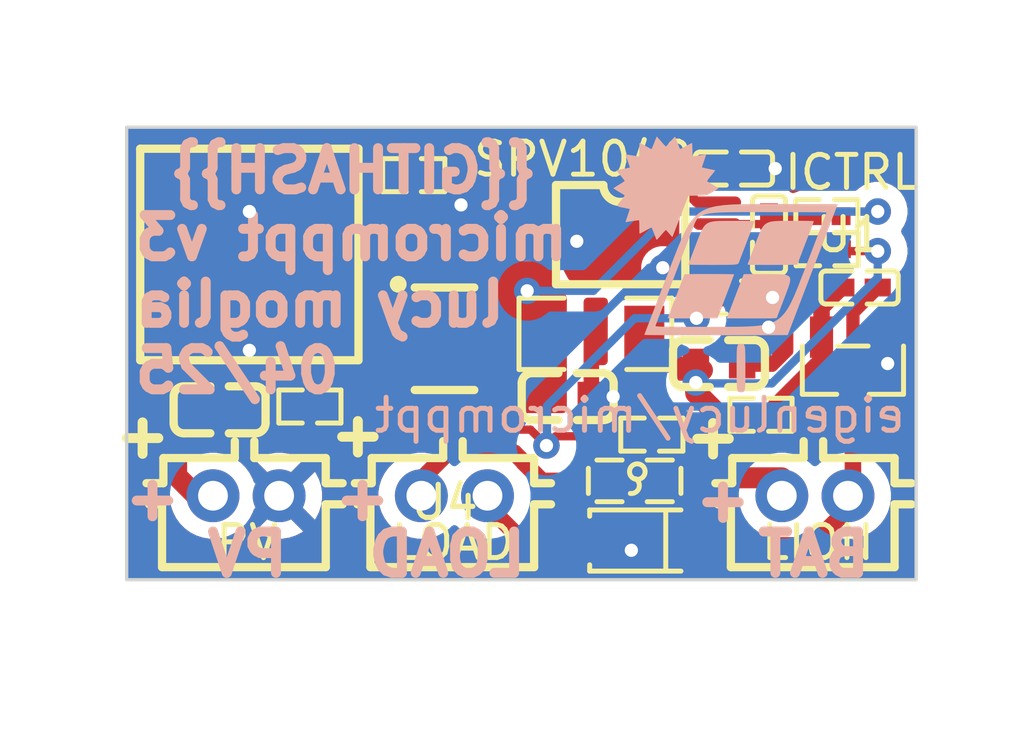
<source format=kicad_pcb>
(kicad_pcb (version 20241229) (generator "pcbnew") (generator_version "9.0")
  (layers (0 "F.Cu" signal) (2 "B.Cu" signal) (13 "F.Paste" user) (15 "B.Paste" user) (5 "F.SilkS" user "F.Silkscreen") (7 "B.SilkS" user "B.Silkscreen") (1 "F.Mask" user) (3 "B.Mask" user) (25 "Edge.Cuts" user))
  (net 0 "")
  (net 1 "ICTRL_MINUS")
  (net 2 "MPP_SET")
  (net 3 "ICTRL_PLUS")
  (net 4 "LX")
  (net 5 "VOUT")
  (net 6 "VCTRL")
  (net 7 "Vpv")
  (net 8 "VDD")
  (net 9 "power_shim-GND")
  (net 10 "Vbatr-GND")
  (net 11 "anode")
  (net 12 "Vbat")
  (net 13 "_1")
  (footprint "TECH_PUBLIC_SRV05_4_P_T7:SOT-23-6_L2.9-W1.6-P0.95-LS2.8-BR" (layer "F.Cu") (at 77.9 49.25 180)
    (property "Reference" "U4" (at 0 -4.95 0) (layer "F.SilkS"))
    (property "Value" "")
    (fp_text user "${REFERENCE}" (at 0 -4.95 0) (layer "F.SilkS"))
    (pad "1" smd rect (at 1.35 0.95 180) (size 1.1 0.6) (layers "F.Cu" "F.Mask" "F.Paste") (net 9 "power_shim-GND"))
    (pad "2" smd rect (at 1.35 0 180) (size 1.1 0.6) (layers "F.Cu" "F.Mask" "F.Paste") (net 9 "power_shim-GND"))
    (pad "3" smd rect (at 1.35 -0.95 180) (size 1.1 0.6) (layers "F.Cu" "F.Mask" "F.Paste") (net 9 "power_shim-GND"))
    (pad "4" smd rect (at -1.35 -0.95 180) (size 1.1 0.6) (layers "F.Cu" "F.Mask" "F.Paste") (net 5 "VOUT"))
    (pad "5" smd rect (at -1.35 0 180) (size 1.1 0.6) (layers "F.Cu" "F.Mask" "F.Paste") (net 5 "VOUT"))
    (pad "6" smd rect (at -1.35 0.95 180) (size 1.1 0.6) (layers "F.Cu" "F.Mask" "F.Paste") (net 5 "VOUT"))
  )
  (footprint "UNI_ROYAL_0402WGF1004TCE:R0402" (layer "F.Cu") (at 84.17 52.15 180)
    (property "Reference" "R1" (hide yes))
    (property "Value" "1MΩ ±1% 62.5mW")
    (pad "1" smd rect (at -0.43 0 180) (size 0.57 0.54) (layers "F.Cu" "F.Mask" "F.Paste") (net 12 "Vbat"))
    (pad "2" smd rect (at 0.43 0 180) (size 0.57 0.54) (layers "F.Cu" "F.Mask" "F.Paste") (net 6 "VCTRL"))
  )
  (footprint "JST_Sales_America_B2B_PH_K_S_LF__SN:CONN-TH_B2B-PH-K-S" (layer "F.Cu") (at 71.9 54 180)
    (property "Reference" "U8" (hide yes))
    (property "Value" "")
    (pad "1" thru_hole circle (at 1 0) (size 1.6 1.6) (drill 0.900024) (layers "*.Cu" "*.Mask") (net 7 "Vpv"))
    (pad "2" thru_hole circle (at -1 0) (size 1.6 1.6) (drill 0.900024) (layers "*.Cu" "*.Mask") (net 9 "power_shim-GND"))
  )
  (footprint "Littelfuse_0603L150SLYR:F0603" (layer "F.Cu") (at 83.65 53.55 180)
    (property "Reference" "F1" (hide yes))
    (property "Value" "")
    (pad "1" smd rect (at -0.75 0 180) (size 0.81 0.86) (layers "F.Cu" "F.Mask" "F.Paste") (net 12 "Vbat"))
    (pad "2" smd rect (at 0.75 0 180) (size 0.81 0.86) (layers "F.Cu" "F.Mask" "F.Paste") (net 13 "_1"))
  )
  (footprint "Samsung_Electro_Mechanics_CL10A106MQ8NNNC:C0603" (layer "F.Cu") (at 71.1 51.4)
    (property "Reference" "U5" (hide yes))
    (property "Value" "10µF ±20% 6.3V X5R" (hide yes))
    (pad "1" smd rect (at -0.7 0) (size 0.8 0.9) (layers "F.Cu" "F.Mask" "F.Paste") (net 7 "Vpv"))
    (pad "2" smd rect (at 0.7 0) (size 0.8 0.9) (layers "F.Cu" "F.Mask" "F.Paste") (net 9 "power_shim-GND"))
  )
  (footprint "JST_Sales_America_B2B_PH_K_S_LF__SN:CONN-TH_B2B-PH-K-S" (layer "F.Cu") (at 89.1 54 180)
    (property "Reference" "U7" (hide yes))
    (property "Value" "")
    (pad "1" thru_hole circle (at 1 0) (size 1.6 1.6) (drill 0.900024) (layers "*.Cu" "*.Mask") (net 12 "Vbat"))
    (pad "2" thru_hole circle (at -1 0) (size 1.6 1.6) (drill 0.900024) (layers "*.Cu" "*.Mask") (net 10 "Vbatr-GND"))
  )
  (footprint "XySemi_XB3306D:SOT-23-3_L2.9-W1.3-P1.90-LS2.4-BR" (layer "F.Cu") (at 90.25 50.2 90)
    (property "Reference" "U9" (hide yes))
    (property "Value" "")
    (pad "1" smd rect (at 1 0.95 90) (size 1.25 0.7) (layers "F.Cu" "F.Mask" "F.Paste") (net 9 "power_shim-GND"))
    (pad "2" smd rect (at 1 -0.95 90) (size 1.25 0.7) (layers "F.Cu" "F.Mask" "F.Paste") (net 8 "VDD"))
    (pad "3" smd rect (at -1 0 90) (size 1.25 0.7) (layers "F.Cu" "F.Mask" "F.Paste") (net 10 "Vbatr-GND"))
  )
  (footprint "UNI_ROYAL_0402WGF3903TCE:R0402" (layer "F.Cu") (at 73.83 51.3 180)
    (property "Reference" "R2" (hide yes))
    (property "Value" "390kΩ ±1% 62.5mW" (hide yes))
    (pad "1" smd rect (at -0.43 0 180) (size 0.57 0.54) (layers "F.Cu" "F.Mask" "F.Paste") (net 6 "VCTRL"))
    (pad "2" smd rect (at 0.43 0 180) (size 0.57 0.54) (layers "F.Cu" "F.Mask" "F.Paste") (net 9 "power_shim-GND"))
  )
  (footprint "Samsung_Electro_Mechanics_CL05B104KO5NNNC:C0402" (layer "F.Cu") (at 86.65 44.1)
    (property "Reference" "C4" (hide yes))
    (property "Value" "100nF ±10% 16V X7R" (hide yes))
    (pad "1" smd rect (at -0.55 0) (size 0.79 0.54) (layers "F.Cu" "F.Mask" "F.Paste") (net 2 "MPP_SET"))
    (pad "2" smd rect (at 0.55 0) (size 0.79 0.54) (layers "F.Cu" "F.Mask" "F.Paste") (net 9 "power_shim-GND"))
  )
  (footprint "STMicroelectronics_SPV1040T:TSSOP-8_L4.4-W3.0-P0.65-LS6.4-BL" (layer "F.Cu") (at 83.2125 46.1 -90)
    (property "Reference" "U1" (at 0 -6.93 0) (layer "F.SilkS"))
    (property "Value" "")
    (fp_text user "${REFERENCE}" (at 0 -6.93 0) (layer "F.SilkS"))
    (pad "1" smd oval (at -0.98 2.93 270) (size 0.35 1.45) (layers "F.Cu" "F.Mask" "F.Paste") (net 2 "MPP_SET"))
    (pad "2" smd oval (at -0.32 2.93 270) (size 0.35 1.45) (layers "F.Cu" "F.Mask" "F.Paste") (net 9 "power_shim-GND"))
    (pad "3" smd oval (at 0.33 2.93 270) (size 0.35 1.45) (layers "F.Cu" "F.Mask" "F.Paste") (net 4 "LX"))
    (pad "4" smd oval (at 0.98 2.93 270) (size 0.35 1.45) (layers "F.Cu" "F.Mask" "F.Paste") (net 5 "VOUT"))
    (pad "5" smd oval (at 0.98 -2.93 270) (size 0.35 1.45) (layers "F.Cu" "F.Mask" "F.Paste") (net 6 "VCTRL"))
    (pad "6" smd oval (at 0.33 -2.93 270) (size 0.35 1.45) (layers "F.Cu" "F.Mask" "F.Paste") (net 1 "ICTRL_MINUS"))
    (pad "7" smd oval (at -0.32 -2.93 270) (size 0.35 1.45) (layers "F.Cu" "F.Mask" "F.Paste") (net 3 "ICTRL_PLUS"))
    (pad "8" smd oval (at -0.98 -2.93 270) (size 0.35 1.45) (layers "F.Cu" "F.Mask" "F.Paste") (net 2 "MPP_SET"))
  )
  (footprint "Samsung_Electro_Mechanics_CL05A105KA5NQNC:C0402" (layer "F.Cu") (at 87.7125 46.1 -90)
    (property "Reference" "C6" (hide yes))
    (property "Value" "1µF ±10% 25V X5R")
    (pad "1" smd rect (at -0.55 0 270) (size 0.79 0.54) (layers "F.Cu" "F.Mask" "F.Paste") (net 3 "ICTRL_PLUS"))
    (pad "2" smd rect (at 0.55 0 270) (size 0.79 0.54) (layers "F.Cu" "F.Mask" "F.Paste") (net 1 "ICTRL_MINUS"))
  )
  (footprint "UNI_ROYAL_0402WGF1001TCE:R0402" (layer "F.Cu") (at 89.4625 45.54)
    (property "Reference" "R4" (hide yes))
    (property "Value" "1kΩ ±1% 62.5mW" (hide yes))
    (pad "1" smd rect (at -0.43 0) (size 0.57 0.54) (layers "F.Cu" "F.Mask" "F.Paste") (net 3 "ICTRL_PLUS"))
    (pad "2" smd rect (at 0.43 0) (size 0.57 0.54) (layers "F.Cu" "F.Mask" "F.Paste") (net 5 "VOUT"))
  )
  (footprint "UNI_ROYAL_0402WGF1001TCE:R0402" (layer "F.Cu") (at 89.4725 46.54)
    (property "Reference" "R5" (hide yes))
    (property "Value" "1kΩ ±1% 62.5mW" (hide yes))
    (pad "1" smd rect (at -0.43 0) (size 0.57 0.54) (layers "F.Cu" "F.Mask" "F.Paste") (net 1 "ICTRL_MINUS"))
    (pad "2" smd rect (at 0.43 0) (size 0.57 0.54) (layers "F.Cu" "F.Mask" "F.Paste") (net 12 "Vbat"))
  )
  (footprint "CCTC_TCC0402X7R102M500AT:C0402" (layer "F.Cu") (at 86.65 48)
    (property "Reference" "C5" (hide yes))
    (property "Value" "1nF ±20% 50V X7R" (hide yes))
    (pad "1" smd rect (at -0.55 0) (size 0.79 0.54) (layers "F.Cu" "F.Mask" "F.Paste") (net 6 "VCTRL"))
    (pad "2" smd rect (at 0.55 0) (size 0.79 0.54) (layers "F.Cu" "F.Mask" "F.Paste") (net 9 "power_shim-GND"))
  )
  (footprint "Coilcraft_XAL6060_103MEC:IND-SMD_L6.6-W6.4" (layer "F.Cu") (at 72 46.7)
    (property "Reference" "U3" (hide yes))
    (property "Value" "")
    (pad "1" smd rect (at -2.02 0) (size 1.55 5.6) (layers "F.Cu" "F.Mask" "F.Paste") (net 7 "Vpv"))
    (pad "2" smd rect (at 2.02 0) (size 1.55 5.6) (layers "F.Cu" "F.Mask" "F.Paste") (net 4 "LX"))
  )
  (footprint "GOODWORK_B5819W:SOD-123F_L2.7-W1.6-LS3.8-RD-1" (layer "F.Cu") (at 83.67 55.35 180)
    (property "Reference" "D1" (hide yes))
    (property "Value" "")
    (pad "1" smd rect (at -1.73 0 180) (size 1.1 1) (layers "F.Cu" "F.Mask" "F.Paste") (net 10 "Vbatr-GND"))
    (pad "2" smd rect (at 1.73 0 180) (size 1.1 1) (layers "F.Cu" "F.Mask" "F.Paste") (net 11 "anode"))
  )
  (footprint "Samsung_Electro_Mechanics_CL10A475KO8NNNC:C0603" (layer "F.Cu") (at 81.625 51)
    (property "Reference" "C2" (hide yes))
    (property "Value" "4.7µF ±10% 16V X5R")
    (pad "1" smd rect (at -0.7 0) (size 0.8 0.9) (layers "F.Cu" "F.Mask" "F.Paste") (net 5 "VOUT"))
    (pad "2" smd rect (at 0.7 0) (size 0.8 0.9) (layers "F.Cu" "F.Mask" "F.Paste") (net 9 "power_shim-GND"))
  )
  (footprint "FOJAN_FRM121WFR010TM:R1206" (layer "F.Cu") (at 82.4625 49.1)
    (property "Reference" "R6" (hide yes))
    (property "Value" "10mΩ ±1% 1W")
    (pad "1" smd rect (at -1.48 0) (size 1.21 1.7) (layers "F.Cu" "F.Mask" "F.Paste") (net 5 "VOUT"))
    (pad "2" smd rect (at 1.48 0) (size 1.21 1.7) (layers "F.Cu" "F.Mask" "F.Paste") (net 12 "Vbat"))
  )
  (footprint "JST_Sales_America_B2B_PH_K_S_LF__SN:CONN-TH_B2B-PH-K-S" (layer "F.Cu") (at 78.2 54 180)
    (property "Reference" "U10" (hide yes))
    (property "Value" "")
    (pad "1" thru_hole circle (at 1 0) (size 1.6 1.6) (drill 0.900024) (layers "*.Cu" "*.Mask") (net 13 "_1"))
    (pad "2" thru_hole circle (at -1 0) (size 1.6 1.6) (drill 0.900024) (layers "*.Cu" "*.Mask") (net 11 "anode"))
  )
  (footprint "UNI_ROYAL_0402WGF1002TCE:R0402" (layer "F.Cu") (at 87.47 51.55 180)
    (property "Reference" "U6" (hide yes))
    (property "Value" "10kΩ ±1% 62.5mW" (hide yes))
    (pad "1" smd rect (at -0.43 0 180) (size 0.57 0.54) (layers "F.Cu" "F.Mask" "F.Paste") (net 8 "VDD"))
    (pad "2" smd rect (at 0.43 0 180) (size 0.57 0.54) (layers "F.Cu" "F.Mask" "F.Paste") (net 12 "Vbat"))
  )
  (footprint "Samsung_Electro_Mechanics_CL10A106MQ8NNNC:C0603" (layer "F.Cu") (at 86.2 50)
    (property "Reference" "C3" (hide yes))
    (property "Value" "10µF ±20% 6.3V X5R" (hide yes))
    (pad "1" smd rect (at -0.7 0) (size 0.8 0.9) (layers "F.Cu" "F.Mask" "F.Paste") (net 12 "Vbat"))
    (pad "2" smd rect (at 0.7 0) (size 0.8 0.9) (layers "F.Cu" "F.Mask" "F.Paste") (net 9 "power_shim-GND"))
  )
  (footprint "UNI_ROYAL_0402WGF1001TCE:R0402" (layer "F.Cu") (at 76.97 44.3)
    (property "Reference" "R3" (hide yes))
    (property "Value" "1kΩ ±1% 62.5mW")
    (pad "1" smd rect (at -0.43 0) (size 0.57 0.54) (layers "F.Cu" "F.Mask" "F.Paste") (net 7 "Vpv"))
    (pad "2" smd rect (at 0.43 0) (size 0.57 0.54) (layers "F.Cu" "F.Mask" "F.Paste") (net 2 "MPP_SET"))
  )
  (footprint "Samsung_Electro_Mechanics_CL05B104KO5NNNC:C0402" (layer "F.Cu") (at 90.45 47.7)
    (property "Reference" "U2" (hide yes))
    (property "Value" "100nF ±10% 16V X7R" (hide yes))
    (pad "1" smd rect (at -0.55 0) (size 0.79 0.54) (layers "F.Cu" "F.Mask" "F.Paste") (net 8 "VDD"))
    (pad "2" smd rect (at 0.55 0) (size 0.79 0.54) (layers "F.Cu" "F.Mask" "F.Paste") (net 10 "Vbatr-GND"))
  )
  (gr_poly (pts (xy 86.84238 49.407572) (xy 86.831839 49.407996) (xy 86.822 49.40882) (xy 86.81284 49.41018) (xy 86.804334 49.412208) (xy 86.796457 49.415038) (xy 86.792747 49.416796) (xy 86.789186 49.418804) (xy 86.78577 49.42108) (xy 86.782496 49.42364) (xy 86.779362 49.426501) (xy 86.776364 49.429679) (xy 86.773499 49.433192) (xy 86.770764 49.437056) (xy 86.768157 49.441287) (xy 86.765673 49.445903) (xy 86.763311 49.45092) (xy 86.761067 49.456355) (xy 86.75692 49.468545) (xy 86.75321 49.482607) (xy 86.749912 49.498675) (xy 86.747001 49.516882) (xy 86.744454 49.537363) (xy 86.742245 49.56025) (xy 86.740352 49.585678) (xy 86.738749 49.61378) (xy 86.737413 49.64469) (xy 86.736319 49.678541) (xy 86.735442 49.715468) (xy 86.734247 49.799083) (xy 86.733634 49.896604) (xy 86.733375 50.137644) (xy 86.733634 50.378684) (xy 86.735442 50.55982) (xy 86.740352 50.689611) (xy 86.744454 50.737925) (xy 86.749912 50.776613) (xy 86.75692 50.806743) (xy 86.765673 50.829385) (xy 86.776364 50.845609) (xy 86.789186 50.856484) (xy 86.804334 50.863081) (xy 86.822 50.866468) (xy 86.865667 50.867894) (xy 86.888954 50.867716) (xy 86.899495 50.867293) (xy 86.909334 50.866468) (xy 86.918494 50.865109) (xy 86.927001 50.863081) (xy 86.934877 50.86025) (xy 86.938587 50.858493) (xy 86.942148 50.856484) (xy 86.945564 50.854208) (xy 86.948838 50.851648) (xy 86.951972 50.848787) (xy 86.95497 50.845609) (xy 86.957835 50.842096) (xy 86.96057 50.838232) (xy 86.963178 50.834001) (xy 86.965661 50.829385) (xy 86.968023 50.824368) (xy 86.970267 50.818933) (xy 86.974414 50.806743) (xy 86.978124 50.792681) (xy 86.981422 50.776613) (xy 86.984333 50.758406) (xy 86.986881 50.737925) (xy 86.989089 50.715038) (xy 86.990982 50.689611) (xy 86.992585 50.661509) (xy 86.993922 50.630599) (xy 86.995016 50.596747) (xy 86.995892 50.55982) (xy 86.997087 50.476205) (xy 86.9977 50.378684) (xy 86.997959 50.137644) (xy 86.9977 49.896604) (xy 86.995891 49.715468) (xy 86.990982 49.585678) (xy 86.98688 49.537363) (xy 86.981422 49.498675) (xy 86.974413 49.468545) (xy 86.965661 49.445903) (xy 86.95497 49.429679) (xy 86.942148 49.418804) (xy 86.927 49.412208) (xy 86.909333 49.40882) (xy 86.865667 49.407394)) (fill yes) (layer "B.SilkS"))
  (gr_poly (pts (xy 86.94885 47.293974) (xy 86.691561 47.961719) (xy 86.437042 48.631164) (xy 86.452385 48.631896) (xy 86.49636 48.632579) (xy 86.657868 48.633737) (xy 87.188791 48.634808) (xy 87.604284 48.63436) (xy 87.830539 48.63207) (xy 87.890886 48.629791) (xy 87.925746 48.626519) (xy 87.942393 48.622077) (xy 87.94616 48.619361) (xy 87.948101 48.616287) (xy 87.948101 48.61629) (xy 88.204837 47.946894) (xy 88.285617 47.732049) (xy 88.315409 47.645115) (xy 88.337157 47.570564) (xy 88.344785 47.537633) (xy 88.350125 47.507439) (xy 88.353088 47.479861) (xy 88.353579 47.454781) (xy 88.351508 47.432078) (xy 88.346783 47.411633) (xy 88.339312 47.393327) (xy 88.329003 47.377039) (xy 88.315763 47.36265) (xy 88.299503 47.35004) (xy 88.280128 47.339089) (xy 88.257548 47.329679) (xy 88.231671 47.321689) (xy 88.202405 47.314999) (xy 88.169657 47.30949) (xy 88.133337 47.305043) (xy 88.04961 47.298852) (xy 87.950489 47.29547) (xy 87.703125 47.293302) (xy 87.171816 47.292378)) (fill yes) (layer "B.SilkS"))
  (gr_poly (pts (xy 88.319361 45.682311) (xy 88.069602 45.683663) (xy 87.967596 45.686716) (xy 87.878878 45.692627) (xy 87.801978 45.70235) (xy 87.7675 45.708939) (xy 87.735425 45.716839) (xy 87.705569 45.726169) (xy 87.677748 45.737049) (xy 87.651779 45.749598) (xy 87.627477 45.763935) (xy 87.60466 45.780179) (xy 87.583142 45.79845) (xy 87.562741 45.818867) (xy 87.543272 45.841549) (xy 87.524551 45.866616) (xy 87.506395 45.894186) (xy 87.48862 45.92438) (xy 87.471043 45.957317) (xy 87.435743 46.031895) (xy 87.399026 46.118874) (xy 87.315458 46.333857) (xy 87.138803 46.7983) (xy 87.063328 47.000356) (xy 87.063376 47.001553) (xy 87.064128 47.002687) (xy 87.065663 47.003759) (xy 87.068062 47.004772) (xy 87.071406 47.005728) (xy 87.075775 47.006626) (xy 87.081248 47.00747) (xy 87.087908 47.008261) (xy 87.105105 47.009691) (xy 87.128009 47.010927) (xy 87.157263 47.011984) (xy 87.193511 47.012874) (xy 87.237395 47.01361) (xy 87.289559 47.014206) (xy 87.421298 47.015028) (xy 87.593874 47.015445) (xy 87.812431 47.015561) (xy 88.180165 47.014959) (xy 88.411828 47.012853) (xy 88.533106 47.008794) (xy 88.560379 47.005891) (xy 88.567077 47.004197) (xy 88.569687 47.002332) (xy 89.067328 45.700582) (xy 89.067814 45.698986) (xy 89.067918 45.698223) (xy 89.067911 45.697484) (xy 89.067778 45.696768) (xy 89.067504 45.696074) (xy 89.067076 45.695402) (xy 89.066479 45.694753) (xy 89.065699 45.694124) (xy 89.064721 45.693517) (xy 89.06353 45.69293) (xy 89.062113 45.692364) (xy 89.060455 45.691818) (xy 89.058541 45.691291) (xy 89.053891 45.690296) (xy 89.048046 45.689375) (xy 89.040892 45.688526) (xy 89.032314 45.687746) (xy 89.022197 45.687033) (xy 89.010425 45.686382) (xy 88.996883 45.685792) (xy 88.981458 45.68526) (xy 88.964032 45.684782) (xy 88.944492 45.684357) (xy 88.922721 45.68398) (xy 88.872031 45.683365) (xy 88.811041 45.682912) (xy 88.73883 45.6826) (xy 88.654477 45.682407) (xy 88.557061 45.682309)) (fill yes) (layer "B.SilkS"))
  (gr_poly (pts (xy 86.279941 45.683403) (xy 86.178136 45.686464) (xy 86.089577 45.692419) (xy 86.012791 45.702234) (xy 85.978353 45.70889) (xy 85.946306 45.716873) (xy 85.916467 45.726303) (xy 85.888651 45.737301) (xy 85.862673 45.749988) (xy 85.838351 45.764484) (xy 85.815501 45.78091) (xy 85.793937 45.799387) (xy 85.773476 45.820034) (xy 85.753934 45.842974) (xy 85.735128 45.868325) (xy 85.716872 45.89621) (xy 85.698983 45.926749) (xy 85.681277 45.960062) (xy 85.645678 46.035493) (xy 85.608602 46.123469) (xy 85.524131 46.340915) (xy 85.346571 46.808503) (xy 85.272777 47.007623) (xy 85.276679 47.008431) (xy 85.288114 47.009217) (xy 85.33204 47.010705) (xy 85.493344 47.013229) (xy 85.732051 47.014934) (xy 86.023523 47.01556) (xy 86.457985 47.014279) (xy 86.592574 47.011235) (xy 86.68429 47.005308) (xy 86.716935 47.000962) (xy 86.742301 46.995536) (xy 86.761531 46.988908) (xy 86.775773 46.980958) (xy 86.786172 46.971566) (xy 86.793874 46.960613) (xy 86.805771 46.933539) (xy 86.80577 46.93354) (xy 87.268491 45.721748) (xy 87.269766 45.718143) (xy 87.270821 45.714762) (xy 87.271224 45.713154) (xy 87.271521 45.7116) (xy 87.271697 45.710098) (xy 87.271732 45.708649) (xy 87.271612 45.70725) (xy 87.271318 45.7059) (xy 87.270834 45.7046) (xy 87.270144 45.703349) (xy 87.269229 45.702144) (xy 87.268073 45.700986) (xy 87.266659 45.699873) (xy 87.264971 45.698805) (xy 87.262991 45.69778) (xy 87.260703 45.696798) (xy 87.258089 45.695858) (xy 87.255132 45.694959) (xy 87.251816 45.694099) (xy 87.248124 45.693279) (xy 87.244039 45.692497) (xy 87.239543 45.691752) (xy 87.234621 45.691044) (xy 87.229255 45.690371) (xy 87.223427 45.689733) (xy 87.217122 45.689128) (xy 87.203011 45.688016) (xy 87.186786 45.687027) (xy 87.168311 45.686155) (xy 87.147451 45.685392) (xy 87.12407 45.684731) (xy 87.098034 45.684164) (xy 87.069207 45.683685) (xy 87.037453 45.683286) (xy 87.002637 45.682959) (xy 86.964625 45.682699) (xy 86.878466 45.682345) (xy 86.777894 45.682166) (xy 86.529177 45.682103)) (fill yes) (layer "B.SilkS"))
  (gr_poly (pts (xy 84.318804 43.132324) (xy 84.318195 43.13303) (xy 84.316447 43.135865) (xy 84.314027 43.140513) (xy 84.310974 43.146879) (xy 84.303136 43.164373) (xy 84.293257 43.187568) (xy 84.281664 43.215685) (xy 84.268682 43.247948) (xy 84.254637 43.283577) (xy 84.239854 43.321795) (xy 84.21092 43.395706) (xy 84.186058 43.45626) (xy 84.175981 43.479575) (xy 84.167916 43.497207) (xy 84.162192 43.508374) (xy 84.160312 43.511289) (xy 84.159142 43.512295) (xy 84.157464 43.511819) (xy 84.154094 43.510387) (xy 84.142645 43.50485) (xy 84.125527 43.496072) (xy 84.103473 43.484444) (xy 84.077216 43.470356) (xy 84.047488 43.454197) (xy 83.980549 43.417228) (xy 83.913492 43.380244) (xy 83.857187 43.349957) (xy 83.817543 43.329494) (xy 83.805816 43.323922) (xy 83.800469 43.321978) (xy 83.799994 43.322248) (xy 83.799526 43.323048) (xy 83.798609 43.32619) (xy 83.797723 43.331296) (xy 83.796873 43.338262) (xy 83.7953 43.357348) (xy 83.793928 43.3826) (xy 83.792795 43.413174) (xy 83.791939 43.448221) (xy 83.791397 43.486896) (xy 83.791208 43.528353) (xy 83.790712 43.608484) (xy 83.789364 43.674105) (xy 83.788434 43.699358) (xy 83.787367 43.718443) (xy 83.78619 43.730516) (xy 83.785568 43.733657) (xy 83.784928 43.734728) (xy 83.767062 43.732222) (xy 83.723055 43.725401) (xy 83.583111 43.702978) (xy 83.44225 43.680554) (xy 83.397249 43.673733) (xy 83.378168 43.671228) (xy 83.377776 43.671485) (xy 83.377565 43.672248) (xy 83.377674 43.675242) (xy 83.378466 43.680108) (xy 83.37991 43.686746) (xy 83.381976 43.695055) (xy 83.384633 43.704934) (xy 83.391603 43.728999) (xy 83.400578 43.758135) (xy 83.411315 43.791534) (xy 83.423573 43.82839) (xy 83.43711 43.867897) (xy 83.48538 44.007763) (xy 83.500064 44.051065) (xy 83.505457 44.067864) (xy 83.504386 44.068405) (xy 83.501244 44.069336) (xy 83.48917 44.072275) (xy 83.470082 44.076505) (xy 83.444826 44.081849) (xy 83.379195 44.095176) (xy 83.299052 44.110844) (xy 83.248786 44.1207) (xy 83.206306 44.129452) (xy 83.171374 44.137161) (xy 83.143756 44.143891) (xy 83.123214 44.149701) (xy 83.109512 44.154653) (xy 83.105153 44.156827) (xy 83.102415 44.15881) (xy 83.101268 44.160609) (xy 83.101684 44.162232) (xy 83.142728 44.212943) (xy 83.228714 44.318429) (xy 83.274529 44.375383) (xy 83.312047 44.42364) (xy 83.326485 44.442915) (xy 83.337397 44.458106) (xy 83.344299 44.468575) (xy 83.346095 44.47184) (xy 83.346707 44.473687) (xy 83.346486 44.474373) (xy 83.345828 44.475317) (xy 83.343251 44.477949) (xy 83.339061 44.481524) (xy 83.333346 44.485985) (xy 83.326191 44.491272) (xy 83.317685 44.497328) (xy 83.296965 44.511513) (xy 83.271879 44.528072) (xy 83.243123 44.546541) (xy 83.211389 44.566452) (xy 83.177373 44.58734) (xy 83.111625 44.627897) (xy 83.057782 44.662263) (xy 83.037062 44.675991) (xy 83.021402 44.686811) (xy 83.011496 44.694269) (xy 83.008918 44.696596) (xy 83.00804 44.697912) (xy 83.008244 44.698428) (xy 83.00885 44.699178) (xy 83.011226 44.701355) (xy 83.015089 44.704392) (xy 83.020358 44.708237) (xy 83.034794 44.718147) (xy 83.053895 44.73067) (xy 83.077021 44.745394) (xy 83.103532 44.761906) (xy 83.132786 44.779793) (xy 83.164144 44.798641) (xy 83.279732 44.867967) (xy 83.31905 44.891867) (xy 83.338426 44.903984) (xy 83.339853 44.905037) (xy 83.341098 44.906163) (xy 83.342146 44.907381) (xy 83.342592 44.908032) (xy 83.342984 44.908715) (xy 83.343319 44.909431) (xy 83.343597 44.910184) (xy 83.343815 44.910977) (xy 83.343972 44.911812) (xy 83.344065 44.912691) (xy 83.344094 44.913618) (xy 83.344057 44.914595) (xy 83.343951 44.915625) (xy 83.343528 44.917853) (xy 83.342811 44.920325) (xy 83.341786 44.923061) (xy 83.34044 44.926084) (xy 83.338758 44.929413) (xy 83.336727 44.933072) (xy 83.334333 44.937081) (xy 83.331562 44.941462) (xy 83.328399 44.946236) (xy 83.324833 44.951424) (xy 83.320847 44.957048) (xy 83.316429 44.963129) (xy 83.311565 44.969689) (xy 83.30624 44.97675) (xy 83.294154 44.992456) (xy 83.280061 45.01042) (xy 83.263849 45.030812) (xy 83.245408 45.053804) (xy 83.224626 45.079567) (xy 83.181459 45.133542) (xy 83.164776 45.155532) (xy 83.151497 45.174588) (xy 83.146167 45.183108) (xy 83.141727 45.191006) (xy 83.138191 45.198319) (xy 83.135571 45.205084) (xy 83.13388 45.211339) (xy 83.133131 45.21712) (xy 83.133337 45.222464) (xy 83.134512 45.22741) (xy 83.136668 45.231994) (xy 83.139818 45.236253) (xy 83.143975 45.240224) (xy 83.149152 45.243945) (xy 83.155362 45.247453) (xy 83.162619 45.250785) (xy 83.170935 45.253977) (xy 83.180323 45.257068) (xy 83.202367 45.263094) (xy 83.228855 45.269159) (xy 83.295581 45.282596) (xy 83.439693 45.311457) (xy 83.484149 45.320853) (xy 83.501208 45.325035) (xy 83.50113 45.326342) (xy 83.500363 45.32964) (xy 83.496896 45.341794) (xy 83.491074 45.360669) (xy 83.483164 45.385437) (xy 83.462153 45.44934) (xy 83.436001 45.526878) (xy 83.397198 45.641918) (xy 83.386206 45.677092) (xy 83.382612 45.690082) (xy 83.380211 45.700387) (xy 83.378945 45.708287) (xy 83.378758 45.714066) (xy 83.379592 45.718008) (xy 83.380375 45.719378) (xy 83.381391 45.720395) (xy 83.384097 45.72151) (xy 83.387654 45.721636) (xy 83.397091 45.720053) (xy 83.44052 45.711854) (xy 83.49541 45.70258) (xy 83.61901 45.683749) (xy 83.726764 45.66945) (xy 83.761847 45.66584) (xy 83.772441 45.665242) (xy 83.777546 45.665571) (xy 83.778509 45.66608) (xy 83.77943 45.666859) (xy 83.78031 45.667918) (xy 83.781148 45.669271) (xy 83.781947 45.670928) (xy 83.782706 45.672902) (xy 83.783427 45.675204) (xy 83.784111 45.677845) (xy 83.784757 45.680837) (xy 83.785368 45.684192) (xy 83.786483 45.692037) (xy 83.787464 45.701474) (xy 83.788315 45.712594) (xy 83.789043 45.725492) (xy 83.789654 45.74026) (xy 83.790154 45.756991) (xy 83.790549 45.77578) (xy 83.790846 45.796718) (xy 83.791051 45.819899) (xy 83.791207 45.873362) (xy 83.791676 45.984372) (xy 83.792521 46.019802) (xy 83.794002 46.044271) (xy 83.795035 46.052962) (xy 83.796291 46.059593) (xy 83.797793 46.064392) (xy 83.799561 46.067585) (xy 83.801617 46.069398) (xy 83.803982 46.07006) (xy 83.806679 46.069797) (xy 83.809728 46.068836) (xy 83.816755 46.065592) (xy 83.829701 46.059042) (xy 83.870391 46.037606) (xy 83.925876 46.007689) (xy 83.990232 45.972454) (xy 84.053707 45.93779) (xy 84.106792 45.909428) (xy 84.14393 45.890294) (xy 84.154783 45.885101) (xy 84.159566 45.883312) (xy 84.160023 45.88353) (xy 84.160634 45.884163) (xy 84.162298 45.886633) (xy 84.164524 45.890637) (xy 84.167275 45.896094) (xy 84.174214 45.911032) (xy 84.182832 45.930786) (xy 84.192846 45.954693) (xy 84.203976 45.982091) (xy 84.215937 46.012316) (xy 84.228447 46.044707) (xy 84.275721 46.167659) (xy 84.302974 46.236857) (xy 84.305295 46.242262) (xy 84.306409 46.244636) (xy 84.307529 46.24676) (xy 84.308681 46.248611) (xy 84.309894 46.250167) (xy 84.310531 46.250826) (xy 84.311194 46.251404) (xy 84.311885 46.251896) (xy 84.312608 46.2523) (xy 84.313366 46.252613) (xy 84.314164 46.252832) (xy 84.315003 46.252955) (xy 84.315889 46.252978) (xy 84.316823 46.252898) (xy 84.31781 46.252713) (xy 84.318852 46.25242) (xy 84.319954 46.252016) (xy 84.321118 46.251498) (xy 84.322349 46.250863) (xy 84.323649 46.250109) (xy 84.325021 46.249233) (xy 84.327999 46.247101) (xy 84.331309 46.244444) (xy 84.334979 46.241241) (xy 84.339035 46.237469) (xy 84.343505 46.233103) (xy 84.348417 46.228123) (xy 84.353797 46.222503) (xy 84.359672 46.216223) (xy 84.366071 46.209259) (xy 84.373019 46.201587) (xy 84.388675 46.184033) (xy 84.406859 46.163376) (xy 84.451678 46.112026) (xy 84.45168 46.112026) (xy 84.479099 46.080802) (xy 84.504987 46.051796) (xy 84.528754 46.025635) (xy 84.549812 46.002943) (xy 84.567572 45.984347) (xy 84.581446 45.970473) (xy 84.590845 45.961948) (xy 84.593682 45.959886) (xy 84.59518 45.959396) (xy 84.596424 45.960236) (xy 84.598518 45.962076) (xy 84.601413 45.964863) (xy 84.605059 45.968543) (xy 84.614415 45.978372) (xy 84.626198 45.991137) (xy 84.640019 46.006413) (xy 84.65549 46.023776) (xy 84.672224 46.042801) (xy 84.689831 46.063061) (xy 84.72424 46.102343) (xy 84.75372 46.134977) (xy 84.765632 46.147738) (xy 84.775136 46.157561) (xy 84.78184 46.164022) (xy 84.78402 46.165859) (xy 84.785353 46.166696) (xy 84.785804 46.166836) (xy 84.786264 46.16694) (xy 84.786732 46.167006) (xy 84.787206 46.167038) (xy 84.787685 46.167033) (xy 84.78817 46.166995) (xy 84.788659 46.166923) (xy 84.78915 46.166817) (xy 84.789644 46.166679) (xy 84.790139 46.16651) (xy 84.790634 46.166309) (xy 84.791129 46.166078) (xy 84.791622 46.165817) (xy 84.792113 46.165527) (xy 84.792601 46.165209) (xy 84.793084 46.164863) (xy 84.793562 46.16449) (xy 84.794035 46.16409) (xy 84.7945 46.163665) (xy 84.794957 46.163215) (xy 84.795406 46.162741) (xy 84.795845 46.162243) (xy 84.796274 46.161722) (xy 84.796691 46.161179) (xy 84.797095 46.160614) (xy 84.797487 46.160028) (xy 84.797864 46.159422) (xy 84.798226 46.158797) (xy 84.798572 46.158152) (xy 84.798901 46.15749) (xy 84.799213 46.15681) (xy 84.799505 46.156112) (xy 85.034844 45.544478) (xy 85.269918 44.93329) (xy 85.270475 44.932363) (xy 85.271409 44.931476) (xy 85.272735 44.930628) (xy 85.274466 44.92982) (xy 85.27662 44.929049) (xy 85.279209 44.928316) (xy 85.285756 44.926959) (xy 85.294226 44.925743) (xy 85.304739 44.924663) (xy 85.317414 44.923712) (xy 85.332369 44.922885) (xy 85.349724 44.922177) (xy 85.369599 44.921582) (xy 85.392111 44.921093) (xy 85.41738 44.920707) (xy 85.476667 44.920215) (xy 85.548411 44.920061) (xy 85.638965 44.919849) (xy 85.676297 44.919346) (xy 85.709219 44.918366) (xy 85.738396 44.916751) (xy 85.764493 44.914342) (xy 85.788176 44.910979) (xy 85.810108 44.906504) (xy 85.830955 44.900758) (xy 85.851383 44.893583) (xy 85.872055 44.884818) (xy 85.893637 44.874307) (xy 85.916793 44.861888) (xy 85.94219 44.847405) (xy 86.002362 44.811607) (xy 86.072516 44.769076) (xy 86.129966 44.733449) (xy 86.168782 44.708458) (xy 86.17935 44.701117) (xy 86.1821 44.69894) (xy 86.183036 44.697836) (xy 86.182825 44.697435) (xy 86.182198 44.696785) (xy 86.179741 44.694765) (xy 86.170299 44.68803) (xy 86.155373 44.678055) (xy 86.135624 44.665262) (xy 86.111714 44.650078) (xy 86.084306 44.632925) (xy 86.05406 44.614229) (xy 86.02164 44.594413) (xy 85.845099 44.486767) (xy 85.84409 44.485978) (xy 85.843301 44.485012) (xy 85.84274 44.483855) (xy 85.842413 44.482499) (xy 85.842329 44.48093) (xy 85.842494 44.47914) (xy 85.842916 44.477116) (xy 85.843604 44.474847) (xy 85.844563 44.472322) (xy 85.845802 44.469531) (xy 85.847327 44.466462) (xy 85.849148 44.463104) (xy 85.85127 44.459447) (xy 85.853701 44.455479) (xy 85.85645 44.451189) (xy 85.859523 44.446566) (xy 85.866671 44.436277) (xy 85.875205 44.424524) (xy 85.885186 44.41122) (xy 85.896673 44.396274) (xy 85.909725 44.3796) (xy 85.924402 44.361108) (xy 85.940764 44.340712) (xy 85.95887 44.318321) (xy 86.008928 44.256265) (xy 86.049922 44.20477) (xy 86.07762 44.169197) (xy 86.085161 44.159057) (xy 86.087792 44.154909) (xy 86.08753 44.154625) (xy 86.086749 44.154242) (xy 86.083688 44.153187) (xy 86.071926 44.150005) (xy 86.053329 44.145544) (xy 86.028724 44.139986) (xy 85.998935 44.133513) (xy 85.964786 44.126309) (xy 85.886709 44.110436) (xy 85.808633 44.094283) (xy 85.744694 44.079848) (xy 85.720089 44.073767) (xy 85.701493 44.068706) (xy 85.68973 44.064861) (xy 85.686669 44.063457) (xy 85.685626 44.062431) (xy 85.685959 44.060639) (xy 85.686935 44.05699) (xy 85.690685 44.044519) (xy 85.70446 44.001693) (xy 85.724846 43.940366) (xy 85.749741 43.866952) (xy 85.774278 43.793816) (xy 85.793692 43.733243) (xy 85.806028 43.691534) (xy 85.80893 43.679721) (xy 85.809458 43.676419) (xy 85.809329 43.674986) (xy 85.807841 43.674691) (xy 85.80438 43.674732) (xy 85.791954 43.675764) (xy 85.772883 43.677967) (xy 85.747996 43.681228) (xy 85.718124 43.685435) (xy 85.684096 43.690473) (xy 85.646744 43.696231) (xy 85.606897 43.702593) (xy 85.405994 43.734728) (xy 85.405659 43.733681) (xy 85.405276 43.730611) (xy 85.40438 43.718812) (xy 85.403343 43.700158) (xy 85.402201 43.675477) (xy 85.399741 43.611341) (xy 85.397287 43.533023) (xy 85.394638 43.454272) (xy 85.391645 43.388959) (xy 85.388675 43.343881) (xy 85.387314 43.331055) (xy 85.386685 43.327442) (xy 85.386097 43.325837) (xy 85.385586 43.325684) (xy 85.384625 43.325785) (xy 85.381405 43.326726) (xy 85.376527 43.328614) (xy 85.370087 43.331401) (xy 85.352887 43.339486) (xy 85.330548 43.350602) (xy 85.303816 43.364372) (xy 85.273434 43.38042) (xy 85.240145 43.398368) (xy 85.204695 43.417838) (xy 85.135922 43.455223) (xy 85.078717 43.484951) (xy 85.056317 43.496005) (xy 85.039045 43.504018) (xy 85.027649 43.508615) (xy 85.024387 43.509515) (xy 85.022873 43.509419) (xy 85.021916 43.507894) (xy 85.020288 43.504599) (xy 85.015171 43.493076) (xy 85.007828 43.475605) (xy 84.998563 43.45294) (xy 84.975491 43.395047) (xy 84.948401 43.325435) (xy 84.921146 43.255643) (xy 84.897626 43.197259) (xy 84.880354 43.156395) (xy 84.874846 43.144443) (xy 84.871842 43.139163) (xy 84.871271 43.138928) (xy 84.870388 43.139063) (xy 84.869202 43.13956) (xy 84.86772 43.140409) (xy 84.863905 43.14313) (xy 84.859009 43.147159) (xy 84.8531 43.152427) (xy 84.846246 43.158866) (xy 84.838514 43.166408) (xy 84.829971 43.174984) (xy 84.820685 43.184525) (xy 84.810722 43.194964) (xy 84.789038 43.21826) (xy 84.765458 43.244323) (xy 84.740519 43.272607) (xy 84.691481 43.328555) (xy 84.649135 43.376187) (xy 84.618006 43.41046) (xy 84.608062 43.421011) (xy 84.602618 43.42633) (xy 84.60147 43.427128) (xy 84.600211 43.427697) (xy 84.598831 43.428025) (xy 84.597318 43.428103) (xy 84.595662 43.427919) (xy 84.593852 43.427463) (xy 84.591876 43.426724) (xy 84.589725 43.425692) (xy 84.587386 43.424357) (xy 84.584849 43.422707) (xy 84.582104 43.420733) (xy 84.579138 43.418423) (xy 84.575942 43.415768) (xy 84.572505 43.412756) (xy 84.568814 43.409377) (xy 84.564861 43.40562) (xy 84.560633 43.401476) (xy 84.556119 43.396933) (xy 84.546193 43.386609) (xy 84.534994 43.374565) (xy 84.522436 43.360715) (xy 84.508431 43.344976) (xy 84.492891 43.327263) (xy 84.47573 43.307491) (xy 84.45686 43.285577) (xy 84.405412 43.226183) (xy 84.362314 43.177449) (xy 84.332081 43.144412) (xy 84.3232 43.135353) (xy 84.320565 43.132964) (xy 84.319229 43.132107)) (fill yes) (layer "B.SilkS"))
  (gr_poly (pts (xy 86.907615 45.177911) (xy 86.614661 45.187054) (xy 86.359663 45.20486) (xy 86.138339 45.234215) (xy 86.038968 45.254127) (xy 85.94641 45.278008) (xy 85.860129 45.30622) (xy 85.779592 45.339125) (xy 85.704263 45.377083) (xy 85.633606 45.420454) (xy 85.567087 45.4696) (xy 85.50417 45.524882) (xy 85.444321 45.586661) (xy 85.387003 45.655298) (xy 85.331683 45.731153) (xy 85.277824 45.814587) (xy 85.224892 45.905962) (xy 85.172352 46.005638) (xy 85.066304 46.231338) (xy 84.955401 46.494575) (xy 84.701904 47.145207) (xy 83.941923 49.129582) (xy 83.942883 49.130549) (xy 83.946585 49.13147) (xy 83.962844 49.133181) (xy 84.035151 49.136102) (xy 84.168839 49.138407) (xy 84.373903 49.140155) (xy 85.038141 49.142229) (xy 86.107826 49.142811) (xy 88.278542 49.138713) (xy 89.03525 47.158103) (xy 89.693305 45.435999) (xy 89.448296 45.435999) (xy 88.784089 47.171666) (xy 88.563478 47.738458) (xy 88.466796 47.967774) (xy 88.374146 48.16439) (xy 88.328149 48.251222) (xy 88.281739 48.330823) (xy 88.234442 48.403506) (xy 88.185786 48.469586) (xy 88.135296 48.529378) (xy 88.082499 48.583196) (xy 88.026922 48.631355) (xy 87.96809 48.674168) (xy 87.90553 48.711951) (xy 87.838769 48.745017) (xy 87.767333 48.773681) (xy 87.690748 48.798259) (xy 87.608542 48.819063) (xy 87.52024 48.836408) (xy 87.425368 48.850609) (xy 87.323454 48.861981) (xy 87.096602 48.877492) (xy 86.835897 48.885457) (xy 86.19777 48.888811) (xy 85.082574 48.888191) (xy 84.511351 48.88385) (xy 84.373622 48.879122) (xy 84.304558 48.872068) (xy 84.288762 48.867524) (xy 84.281716 48.862224) (xy 84.282653 48.849124) (xy 84.767615 47.581769) (xy 85.416993 45.885906) (xy 85.448915 45.803492) (xy 85.464271 45.766185) (xy 85.479739 45.731365) (xy 85.495704 45.698945) (xy 85.512552 45.668839) (xy 85.53067 45.640962) (xy 85.550444 45.615229) (xy 85.57226 45.591552) (xy 85.596504 45.569847) (xy 85.623561 45.550029) (xy 85.653819 45.53201) (xy 85.687664 45.515705) (xy 85.72548 45.501029) (xy 85.767656 45.487896) (xy 85.814575 45.47622) (xy 85.866626 45.465915) (xy 85.924193 45.456896) (xy 85.987663 45.449077) (xy 86.057422 45.442372) (xy 86.133856 45.436695) (xy 86.217352 45.431961) (xy 86.308294 45.428083) (xy 86.40707 45.424977) (xy 86.629667 45.420734) (xy 86.88823 45.418547) (xy 87.525611 45.417594) (xy 89.177208 45.420153) (xy 89.408662 45.425683) (xy 89.442875 45.430151) (xy 89.448296 45.435999) (xy 89.693305 45.435999) (xy 89.791959 45.177826) (xy 89.155272 45.175167) (xy 87.624515 45.174061)) (fill yes) (layer "B.SilkS"))
  (gr_poly (pts (xy 85.494292 47.291174) (xy 85.268517 47.293464) (xy 85.20833 47.295743) (xy 85.173596 47.299015) (xy 85.157055 47.303457) (xy 85.153338 47.306173) (xy 85.151446 47.309248) (xy 84.648458 48.629208) (xy 84.6638 48.630333) (xy 84.70777 48.631383) (xy 84.869264 48.633164) (xy 85.108274 48.634368) (xy 85.400137 48.63481) (xy 85.834845 48.634438) (xy 86.059002 48.631834) (xy 86.114415 48.628997) (xy 86.143939 48.624764) (xy 86.151779 48.622038) (xy 86.15649 48.618858) (xy 86.160984 48.610998) (xy 86.483845 47.766464) (xy 86.659292 47.299775) (xy 86.655399 47.298853) (xy 86.643978 47.297957) (xy 86.60009 47.296262) (xy 86.438896 47.293385) (xy 86.200329 47.291441) (xy 85.909007 47.290727)) (fill yes) (layer "B.SilkS"))
  (gr_rect (start 68.29 42.85) (end 92.16 56.54) (stroke (width 0.1)) (fill no) (layer "Edge.Cuts"))
  (gr_text "LOAD" (at 76.2 56 0) (layer "F.SilkS") (effects (font (size 1 1)) (justify left bottom)))
  (gr_text "PV" (at 70.9 56 0) (layer "F.SilkS") (effects (font (size 1 1)) (justify left bottom)))
  (gr_text "+" (at 85.05 52.92 0) (layer "F.SilkS") (effects (font (size 1.25 1.25) (thickness 0.3)) (justify left bottom)))
  (gr_text "+" (at 74.31 52.86 0) (layer "F.SilkS") (effects (font (size 1.25 1.25) (thickness 0.3)) (justify left bottom)))
  (gr_text "SPV1040" (at 78.7 44.4 0) (layer "F.SilkS") (effects (font (size 1 1)) (justify left bottom)))
  (gr_text "+" (at 67.8 52.9 0) (layer "F.SilkS") (effects (font (size 1.25 1.25) (thickness 0.3)) (justify left bottom)))
  (gr_text "ICTRL" (at 88.1 44.8 0) (layer "F.SilkS") (effects (font (size 1 1)) (justify left bottom)))
  (gr_text "LION" (at 87.4 56 0) (layer "F.SilkS") (effects (font (size 1 1)) (justify left bottom)))
  (gr_text "PV" (at 73.3 56.5 0) (layer "B.SilkS") (effects (font (size 1.25 1.25) (thickness 0.3)) (justify left bottom mirror)))
  (gr_text "eigenlucy/micromppt" (at 91.9 52.15 0) (layer "B.SilkS") (effects (font (size 1 1)) (justify left bottom mirror)))
  (gr_text "{{GITHASH}}" (at 80.85 44.9 0) (layer "B.SilkS") (effects (font (size 1.25 1.25) (thickness 0.3)) (justify left bottom mirror)))
  (gr_text "+" (at 85.35 53.55 180) (layer "B.SilkS") (effects (font (size 1.25 1.25) (thickness 0.3)) (justify left bottom mirror)))
  (gr_text "+" (at 68.1 53.5 180) (layer "B.SilkS") (effects (font (size 1.25 1.25) (thickness 0.3)) (justify left bottom mirror)))
  (gr_text "micromppt v3\nlucy moglia\n04/25" (at 68.4 50.95 0) (layer "B.SilkS") (effects (font (size 1.25 1.25) (thickness 0.3)) (justify right bottom mirror)))
  (gr_text "BAT" (at 90.9 56.5 0) (layer "B.SilkS") (effects (font (size 1.25 1.25) (thickness 0.3)) (justify left bottom mirror)))
  (gr_text "+" (at 74.45 53.5 180) (layer "B.SilkS") (effects (font (size 1.25 1.25) (thickness 0.3)) (justify left bottom mirror)))
  (gr_text "LOAD" (at 80.5 56.5 0) (layer "B.SilkS") (effects (font (size 1.25 1.25) (thickness 0.3)) (justify left bottom mirror)))
  (segment (start 87.7125 46.58) (end 88.9225 46.58) (width 0.25) (layer "F.Cu") (net 1))
  (segment (start 88.9225 46.58) (end 88.9625 46.54) (width 0.25) (layer "F.Cu") (net 1))
  (segment (start 87.5625 46.43) (end 87.7125 46.58) (width 0.25) (layer "F.Cu") (net 1))
  (segment (start 86.1425 46.43) (end 87.5625 46.43) (width 0.25) (layer "F.Cu") (net 1))
  (segment (start 85.9476 44.2524) (end 84.66365 44.2524) (width 0.25) (layer "F.Cu") (net 2))
  (segment (start 80.2825 45.12) (end 79.52 45.12) (width 0.25) (layer "F.Cu") (net 2))
  (segment (start 78.6524 44.2524) (end 78.3 44.2524) (width 0.25) (layer "F.Cu") (net 2))
  (segment (start 86.1425 45.12) (end 85.53125 45.12) (width 0.3048) (layer "F.Cu") (net 2))
  (segment (start 84.66365 44.2524) (end 80 44.2524) (width 0.3048) (layer "F.Cu") (net 2))
  (segment (start 86.1 44.1) (end 85.9476 44.2524) (width 0.25) (layer "F.Cu") (net 2))
  (segment (start 80 44.2524) (end 77.4476 44.2524) (width 0.3048) (layer "F.Cu") (net 2))
  (segment (start 77.4476 44.2524) (end 77.4 44.3) (width 0.25) (layer "F.Cu") (net 2))
  (segment (start 78.3 44.2524) (end 77.4476 44.2524) (width 0.25) (layer "F.Cu") (net 2))
  (segment (start 80 44.2524) (end 78.3 44.2524) (width 0.3048) (layer "F.Cu") (net 2))
  (segment (start 79.52 45.12) (end 78.6524 44.2524) (width 0.25) (layer "F.Cu") (net 2))
  (segment (start 85.53125 45.12) (end 84.66365 44.2524) (width 0.3048) (layer "F.Cu") (net 2))
  (segment (start 87.5525 45.78) (end 87.7125 45.62) (width 0.25) (layer "F.Cu") (net 3))
  (segment (start 88.8725 45.62) (end 88.9525 45.54) (width 0.25) (layer "F.Cu") (net 3))
  (segment (start 86.1425 45.78) (end 87.5525 45.78) (width 0.25) (layer "F.Cu") (net 3))
  (segment (start 87.7125 45.62) (end 88.8725 45.62) (width 0.25) (layer "F.Cu") (net 3))
  (segment (start 80.2825 46.43) (end 74.02 46.43) (width 0.3048) (layer "F.Cu") (net 4))
  (segment (start 74.02 46.43) (end 74.02 47.75) (width 0.3048) (layer "F.Cu") (net 4))
  (segment (start 90.1125 45.4) (end 89.9725 45.54) (width 0.25) (layer "F.Cu") (net 5))
  (segment (start 91 45.4) (end 90.1125 45.4) (width 0.25) (layer "F.Cu") (net 5))
  (via (at 91 45.4) (size 0.8) (drill 0.4) (layers "F.Cu" "B.Cu") (net 5))
  (via (at 80.4 47.8) (size 0.8) (drill 0.4) (layers "F.Cu" "B.Cu") (net 5))
  (segment (start 80.4 47.8) (end 82.4 47.8) (width 0.25) (layer "B.Cu") (net 5))
  (segment (start 82.4 47.8) (end 84.8 45.4) (width 0.25) (layer "B.Cu") (net 5))
  (segment (start 84.8 45.4) (end 91 45.4) (width 0.25) (layer "B.Cu") (net 5))
  (segment (start 85.52 48.63) (end 85.52 48.48) (width 0.25) (layer "F.Cu") (net 6))
  (segment (start 81.264183 52.2) (end 83.59 52.2) (width 0.25) (layer "F.Cu") (net 6))
  (segment (start 80.983133 52.48105) (end 81.264183 52.2) (width 0.25) (layer "F.Cu") (net 6))
  (segment (start 86 48) (end 86 47.2225) (width 0.25) (layer "F.Cu") (net 6))
  (segment (start 78.1 51.3) (end 74.26 51.3) (width 0.25) (layer "F.Cu") (net 6))
  (segment (start 78.8 52) (end 78.1 51.3) (width 0.25) (layer "F.Cu") (net 6))
  (segment (start 80.502083 52) (end 78.8 52) (width 0.25) (layer "F.Cu") (net 6))
  (segment (start 86 47.2225) (end 86.1425 47.08) (width 0.25) (layer "F.Cu") (net 6))
  (segment (start 83.59 52.2) (end 83.64 52.25) (width 0.25) (layer "F.Cu") (net 6))
  (segment (start 85.52 48.48) (end 86 48) (width 0.25) (layer "F.Cu") (net 6))
  (segment (start 80.983133 52.48105) (end 80.502083 52) (width 0.25) (layer "F.Cu") (net 6))
  (via (at 80.983133 52.48105) (size 0.8) (drill 0.4) (layers "F.Cu" "B.Cu") (net 6))
  (via (at 85.52 48.63) (size 0.8) (drill 0.4) (layers "F.Cu" "B.Cu") (net 6))
  (segment (start 81 52.464183) (end 81 51.28) (width 0.25) (layer "B.Cu") (net 6))
  (segment (start 83.65 48.63) (end 85.52 48.63) (width 0.25) (layer "B.Cu") (net 6))
  (segment (start 81 51.28) (end 83.65 48.63) (width 0.25) (layer "B.Cu") (net 6))
  (segment (start 80.983133 52.48105) (end 81 52.464183) (width 0.25) (layer "B.Cu") (net 6))
  (segment (start 69.8 49.9) (end 69.8 50.3) (width 0.635) (layer "F.Cu") (net 7))
  (segment (start 69.8 49) (end 69.8 49.9) (width 0.635) (layer "F.Cu") (net 7))
  (segment (start 69.98 49.18) (end 69.8 49) (width 0.635) (layer "F.Cu") (net 7))
  (segment (start 69.8 50.3) (end 69.8 45.35) (width 0.635) (layer "F.Cu") (net 7))
  (segment (start 69.8 50.3) (end 69.8 50.35) (width 0.635) (layer "F.Cu") (net 7))
  (segment (start 69.98 47.75) (end 69.98 44.72) (width 0.25) (layer "F.Cu") (net 7))
  (segment (start 71.15 43.55) (end 75.79 43.55) (width 0.25) (layer "F.Cu") (net 7))
  (segment (start 75.79 43.55) (end 76.54 44.3) (width 0.25) (layer "F.Cu") (net 7))
  (segment (start 69.98 46.7) (end 69.98 44.88) (width 0.635) (layer "F.Cu") (net 7))
  (segment (start 69.8 53.4) (end 70.5 54.1) (width 0.635) (layer "F.Cu") (net 7))
  (segment (start 69.98 44.72) (end 71.15 43.55) (width 0.25) (layer "F.Cu") (net 7))
  (segment (start 69.98 45.27) (end 69.98 47.75) (width 0.3048) (layer "F.Cu") (net 7))
  (segment (start 69.425 44.325) (end 69.55 44.2) (width 0.635) (layer "F.Cu") (net 7))
  (segment (start 69.98 46.7) (end 69.98 49.18) (width 0.635) (layer "F.Cu") (net 7))
  (segment (start 69.8 49.9) (end 69.8 53.4) (width 0.635) (layer "F.Cu") (net 7))
  (segment (start 69.98 44.88) (end 69.425 44.325) (width 0.635) (layer "F.Cu") (net 7))
  (segment (start 89.3 49.5) (end 89.3 49.2) (width 0.25) (layer "F.Cu") (net 8))
  (segment (start 87.9 51.3) (end 89.3 49.9) (width 0.5) (layer "F.Cu") (net 8))
  (segment (start 89.3 49.9) (end 89.3 49.5) (width 0.5) (layer "F.Cu") (net 8))
  (segment (start 89.3 49.2) (end 89.3 48.3) (width 0.5) (layer "F.Cu") (net 8))
  (segment (start 87.9 51.55) (end 87.9 51.3) (width 0.5) (layer "F.Cu") (net 8))
  (segment (start 89.3 48.3) (end 89.9 47.7) (width 0.5) (layer "F.Cu") (net 8))
  (segment (start 72.8 50.4) (end 72 49.6) (width 0.25) (layer "F.Cu") (net 9))
  (segment (start 76.35 50.4) (end 72.8 50.4) (width 0.25) (layer "F.Cu") (net 9))
  (segment (start 87.7 48.9) (end 87.31 48.9) (width 0.25) (layer "F.Cu") (net 9))
  (segment (start 86.9 49.31) (end 86.9 50) (width 0.25) (layer "F.Cu") (net 9))
  (segment (start 72 49.6) (end 72 51.2) (width 0.25) (layer "F.Cu") (net 9))
  (segment (start 91.2 49.9) (end 91.3 50) (width 0.25) (layer "F.Cu") (net 9))
  (segment (start 76.55 50.2) (end 76.35 50.4) (width 0.25) (layer "F.Cu") (net 9))
  (segment (start 91.2 49.2) (end 91.2 49.9) (width 0.25) (layer "F.Cu") (net 9))
  (segment (start 87.82 48) (end 87.2 48) (width 0.25) (layer "F.Cu") (net 9))
  (segment (start 87.31 48.9) (end 86.9 49.31) (width 0.25) (layer "F.Cu") (net 9))
  (segment (start 81.9 46.3) (end 81.38 45.78) (width 0.3048) (layer "F.Cu") (net 9))
  (segment (start 76.55 48.3) (end 76.55 50.2) (width 0.25) (layer "F.Cu") (net 9))
  (segment (start 81.38 45.78) (end 80.2825 45.78) (width 0.3048) (layer "F.Cu") (net 9))
  (segment (start 72 51.2) (end 71.8 51.4) (width 0.25) (layer "F.Cu") (net 9))
  (segment (start 83 51) (end 82.325 51) (width 0.25) (layer "F.Cu") (net 9))
  (via (at 72 49.6) (size 0.8) (drill 0.4) (layers "F.Cu" "B.Cu") (net 9))
  (via (at 91.3 50) (size 0.8) (drill 0.4) (layers "F.Cu" "B.Cu") (net 9))
  (via (at 87.7 48.9) (size 0.8) (drill 0.4) (layers "F.Cu" "B.Cu") (net 9))
  (via (at 72 45.4) (size 0.8) (drill 0.4) (layers "F.Cu" "B.Cu") (net 9))
  (via (at 83.55 55.65) (size 0.8) (drill 0.4) (layers "F.Cu" "B.Cu") (net 9))
  (via (at 78.4 45.2) (size 0.8) (drill 0.4) (layers "F.Cu" "B.Cu") (net 9))
  (via (at 87.9 44.1) (size 0.8) (drill 0.4) (layers "F.Cu" "B.Cu") (net 9))
  (via (at 81.9 46.3) (size 0.8) (drill 0.4) (layers "F.Cu" "B.Cu") (net 9))
  (via (at 87.82 48) (size 0.8) (drill 0.4) (layers "F.Cu" "B.Cu") (net 9))
  (via (at 84.5 47.1) (size 0.8) (drill 0.4) (layers "F.Cu" "B.Cu") (net 9))
  (via (at 83 51) (size 0.8) (drill 0.4) (layers "F.Cu" "B.Cu") (net 9))
  (segment (start 84.1 47.1) (end 82.3 48.9) (width 0.25) (layer "B.Cu") (net 9))
  (segment (start 83.3 51.3) (end 90 51.3) (width 0.25) (layer "B.Cu") (net 9))
  (segment (start 83 51) (end 83.3 51.3) (width 0.25) (layer "B.Cu") (net 9))
  (segment (start 78.4 47.9) (end 78.4 45.2) (width 0.25) (layer "B.Cu") (net 9))
  (segment (start 79.4 48.9) (end 78.4 47.9) (width 0.25) (layer "B.Cu") (net 9))
  (segment (start 84.5 47.1) (end 84.1 47.1) (width 0.25) (layer "B.Cu") (net 9))
  (segment (start 82.3 48.9) (end 79.4 48.9) (width 0.25) (layer "B.Cu") (net 9))
  (segment (start 90 51.3) (end 91.3 50) (width 0.25) (layer "B.Cu") (net 9))
  (segment (start 90.25 48.5085) (end 90.27075 48.5085) (width 0.3) (layer "F.Cu") (net 10))
  (segment (start 90.27075 48.5085) (end 91 47.77925) (width 0.3) (layer "F.Cu") (net 10))
  (segment (start 90.1 53.9575) (end 90.1 54.4) (width 0.5) (layer "F.Cu") (net 10))
  (segment (start 91 47.7585) (end 91 47.7) (width 0.25) (layer "F.Cu") (net 10))
  (segment (start 90.25 51.5) (end 90.1 51.35) (width 0.4) (layer "F.Cu") (net 10))
  (segment (start 90.1 54.4) (end 89 55.5) (width 0.5) (layer "F.Cu") (net 10))
  (segment (start 91 47.77925) (end 91 47.7585) (width 0.3) (layer "F.Cu") (net 10))
  (segment (start 90.25 53.3075) (end 90.25 51.5) (width 0.5) (layer "F.Cu") (net 10))
  (segment (start 90.1 53.4575) (end 90.25 53.3075) (width 0.4) (layer "F.Cu") (net 10))
  (segment (start 89 55.5) (end 85.55 55.5) (width 0.5) (layer "F.Cu") (net 10))
  (segment (start 85.55 55.5) (end 85.4 55.35) (width 0.5) (layer "F.Cu") (net 10))
  (segment (start 90.25 51.2) (end 90.25 48.5085) (width 0.4) (layer "F.Cu") (net 10))
  (segment (start 90.1 51.35) (end 90.25 51.2) (width 0.25) (layer "F.Cu") (net 10))
  (segment (start 81.8 55.3) (end 81.89 55.3) (width 0.5) (layer "F.Cu") (net 11))
  (segment (start 81.35 55.35) (end 81.2 55.5) (width 0.5) (layer "F.Cu") (net 11))
  (segment (start 81.89 55.3) (end 81.94 55.35) (width 0.5) (layer "F.Cu") (net 11))
  (segment (start 81.94 55.35) (end 81.35 55.35) (width 0.5) (layer "F.Cu") (net 11))
  (segment (start 79.2 54.3) (end 79.2 54) (width 0.5) (layer "F.Cu") (net 11))
  (segment (start 80.4 55.5) (end 79.2 54.3) (width 0.5) (layer "F.Cu") (net 11))
  (segment (start 81.2 55.5) (end 80.4 55.5) (width 0.5) (layer "F.Cu") (net 11))
  (segment (start 85.5 50.2) (end 85.5 50.8575) (width 0.635) (layer "F.Cu") (net 12))
  (segment (start 86.32125 51.67875) (end 86.91125 51.67875) (width 0.635) (layer "F.Cu") (net 12))
  (segment (start 86.32125 53.4575) (end 85.9925 53.4575) (width 0.635) (layer "F.Cu") (net 12))
  (segment (start 85.3 52.15) (end 84.6 52.15) (width 0.25) (layer "F.Cu") (net 12))
  (segment (start 88.1 53.9575) (end 87.6425 53.5) (width 0.5) (layer "F.Cu") (net 12))
  (segment (start 84.6 52.15) (end 84.5 52.25) (width 0.25) (layer "F.Cu") (net 12))
  (segment (start 85.5 50.2) (end 85.0425 50.2) (width 0.635) (layer "F.Cu") (net 12))
  (segment (start 86.32125 53.4575) (end 88.1 53.4575) (width 0.635) (layer "F.Cu") (net 12))
  (segment (start 85.0425 50.2) (end 83.9425 49.1) (width 0.635) (layer "F.Cu") (net 12))
  (segment (start 85.9925 53.4575) (end 85.9 53.55) (width 0.635) (layer "F.Cu") (net 12))
  (segment (start 85.5 50.8575) (end 86.32125 51.67875) (width 0.635) (layer "F.Cu") (net 12))
  (segment (start 85.5 50.9) (end 85.8 51.2) (width 0.635) (layer "F.Cu") (net 12))
  (segment (start 85.5 50) (end 85.5 50.9) (width 0.635) (layer "F.Cu") (net 12))
  (segment (start 85.8 51.2) (end 85.8 51.65) (width 0.25) (layer "F.Cu") (net 12))
  (segment (start 85.7 50.2) (end 85.5 50.2) (width 0.635) (layer "F.Cu") (net 12))
  (segment (start 86.32125 51.67875) (end 86.32125 53.4575) (width 0.635) (layer "F.Cu") (net 12))
  (segment (start 91 46.6) (end 90.0425 46.6) (width 0.25) (layer "F.Cu") (net 12))
  (segment (start 90.0425 46.6) (end 89.9825 46.54) (width 0.25) (layer "F.Cu") (net 12))
  (segment (start 85.9 53.55) (end 84.4 53.55) (width 0.635) (layer "F.Cu") (net 12))
  (segment (start 86.91125 51.67875) (end 86.94 51.65) (width 0.635) (layer "F.Cu") (net 12))
  (segment (start 85.8 51.65) (end 85.3 52.15) (width 0.25) (layer "F.Cu") (net 12))
  (via (at 85.5 50.575) (size 0.8) (drill 0.4) (layers "F.Cu" "B.Cu") (net 12))
  (via (at 91 46.6) (size 0.8) (drill 0.4) (layers "F.Cu" "B.Cu") (net 12))
  (segment (start 91 47.4) (end 91 46.6) (width 0.25) (layer "B.Cu") (net 12))
  (segment (start 85.5 50.525) (end 85.575 50.6) (width 0.25) (layer "B.Cu") (net 12))
  (segment (start 87.8 50.6) (end 91 47.4) (width 0.25) (layer "B.Cu") (net 12))
  (segment (start 85.5 50.575) (end 85.5 50.525) (width 0.25) (layer "B.Cu") (net 12))
  (segment (start 85.575 50.6) (end 87.8 50.6) (width 0.25) (layer "B.Cu") (net 12))
  (segment (start 80.011838 52.7) (end 78 52.7) (width 0.5) (layer "F.Cu") (net 13))
  (segment (start 80.3 53) (end 80.3 52.988162) (width 0.5) (layer "F.Cu") (net 13))
  (segment (start 80.85 53.55) (end 82.9 53.55) (width 0.5) (layer "F.Cu") (net 13))
  (segment (start 80.3 52.988162) (end 80.011838 52.7) (width 0.5) (layer "F.Cu") (net 13))
  (segment (start 77.3 53.4) (end 77.3 53.9) (width 0.5) (layer "F.Cu") (net 13))
  (segment (start 77.2 54) (end 76.9 54) (width 0.25) (layer "F.Cu") (net 13))
  (segment (start 77.3 53.9) (end 77.2 54) (width 0.5) (layer "F.Cu") (net 13))
  (segment (start 80.3 53) (end 80.85 53.55) (width 0.5) (layer "F.Cu") (net 13))
  (segment (start 78 52.7) (end 77.3 53.4) (width 0.5) (layer "F.Cu") (net 13))
  (zone (net 0) (net_name "") (layer "F.Cu") (connect_pads yes (clearance 0.25)) (min_thickness 0.25) (fill yes (thermal_gap 0.5) (thermal_bridge_width 0.5) (island_removal_mode 1) (island_area_min 10))
    (polygon (pts (xy 81.5 47.25) (xy 81.5 44.65) (xy 85 44.65) (xy 85 47.5) (xy 81.5 47.5)))
  )
  (zone (net 5) (net_name "VOUT") (layer "F.Cu") (priority 4) (connect_pads yes (clearance 0.3)) (min_thickness 0.25) (fill yes (thermal_gap 0.5) (thermal_bridge_width 0.5))
    (polygon (pts (xy 79.6 46.9) (xy 81 46.9) (xy 81.6 48) (xy 81.6 51.5) (xy 78.6 51.5) (xy 78.6 47.8) (xy 79.1 47.8)))
  )
  (zone (net 4) (net_name "LX") (layer "F.Cu") (priority 3) (connect_pads yes (clearance 0.5)) (min_thickness 0.25) (fill yes (thermal_gap 0.5) (thermal_bridge_width 0.5))
    (polygon (pts (xy 78.7 46.9) (xy 79.1 46.6) (xy 79.1 46.3) (xy 78.7 45.9) (xy 74.8 45.9) (xy 74.7 44.3) (xy 73.1 44.3) (xy 73.2 49.9) (xy 74.8 49.9) (xy 74.8 46.9)))
  )
  (zone (net 9) (net_name "power_shim-GND") (layers "F.Cu" "B.Cu") (connect_pads (clearance 0.5)) (min_thickness 0.25) (fill yes (thermal_gap 0.5) (thermal_bridge_width 0.5))
    (polygon (pts (xy 94.5 39) (xy 94.46 61.63) (xy 64.46 61.63) (xy 64.5 39)))
  )
)
</source>
